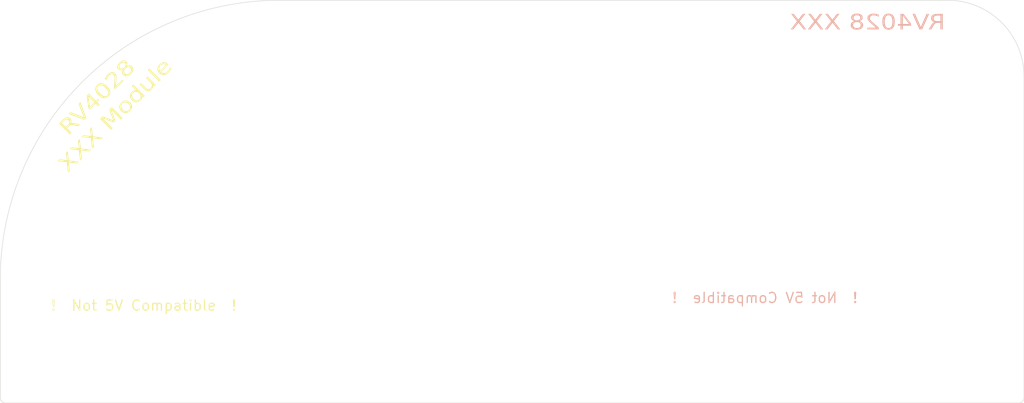
<source format=kicad_pcb>
(kicad_pcb
	(version 20241229)
	(generator "pcbnew")
	(generator_version "9.0")
	(general
		(thickness 1.6)
		(legacy_teardrops no)
	)
	(paper "A4")
	(layers
		(0 "F.Cu" signal)
		(4 "In1.Cu" signal)
		(6 "In2.Cu" signal)
		(2 "B.Cu" signal)
		(9 "F.Adhes" user "F.Adhesive")
		(11 "B.Adhes" user "B.Adhesive")
		(13 "F.Paste" user)
		(15 "B.Paste" user)
		(5 "F.SilkS" user "F.Silkscreen")
		(7 "B.SilkS" user "B.Silkscreen")
		(1 "F.Mask" user)
		(3 "B.Mask" user)
		(17 "Dwgs.User" user "User.Drawings")
		(19 "Cmts.User" user "User.Comments")
		(21 "Eco1.User" user "User.Eco1")
		(23 "Eco2.User" user "User.Eco2")
		(25 "Edge.Cuts" user)
		(27 "Margin" user)
		(31 "F.CrtYd" user "F.Courtyard")
		(29 "B.CrtYd" user "B.Courtyard")
		(35 "F.Fab" user)
		(33 "B.Fab" user)
		(39 "User.1" user)
		(41 "User.2" user)
		(43 "User.3" user)
		(45 "User.4" user)
		(47 "User.5" user)
		(49 "User.6" user)
		(51 "User.7" user)
		(53 "User.8" user)
		(55 "User.9" user)
	)
	(setup
		(stackup
			(layer "F.SilkS"
				(type "Top Silk Screen")
			)
			(layer "F.Paste"
				(type "Top Solder Paste")
			)
			(layer "F.Mask"
				(type "Top Solder Mask")
				(thickness 0.01)
			)
			(layer "F.Cu"
				(type "copper")
				(thickness 0.035)
			)
			(layer "dielectric 1"
				(type "prepreg")
				(thickness 0.1)
				(material "FR4")
				(epsilon_r 4.5)
				(loss_tangent 0.02)
			)
			(layer "In1.Cu"
				(type "copper")
				(thickness 0.035)
			)
			(layer "dielectric 2"
				(type "core")
				(thickness 1.24)
				(material "FR4")
				(epsilon_r 4.5)
				(loss_tangent 0.02)
			)
			(layer "In2.Cu"
				(type "copper")
				(thickness 0.035)
			)
			(layer "dielectric 3"
				(type "prepreg")
				(thickness 0.1)
				(material "FR4")
				(epsilon_r 4.5)
				(loss_tangent 0.02)
			)
			(layer "B.Cu"
				(type "copper")
				(thickness 0.035)
			)
			(layer "B.Mask"
				(type "Bottom Solder Mask")
				(thickness 0.01)
			)
			(layer "B.Paste"
				(type "Bottom Solder Paste")
			)
			(layer "B.SilkS"
				(type "Bottom Silk Screen")
			)
			(copper_finish "None")
			(dielectric_constraints no)
		)
		(pad_to_mask_clearance 0)
		(allow_soldermask_bridges_in_footprints no)
		(tenting front back)
		(pcbplotparams
			(layerselection 0x00000000_00000000_55555555_5755f5ff)
			(plot_on_all_layers_selection 0x00000000_00000000_00000000_00000000)
			(disableapertmacros no)
			(usegerberextensions no)
			(usegerberattributes yes)
			(usegerberadvancedattributes yes)
			(creategerberjobfile yes)
			(dashed_line_dash_ratio 12.000000)
			(dashed_line_gap_ratio 3.000000)
			(svgprecision 4)
			(plotframeref no)
			(mode 1)
			(useauxorigin no)
			(hpglpennumber 1)
			(hpglpenspeed 20)
			(hpglpendiameter 15.000000)
			(pdf_front_fp_property_popups yes)
			(pdf_back_fp_property_popups yes)
			(pdf_metadata yes)
			(pdf_single_document no)
			(dxfpolygonmode yes)
			(dxfimperialunits yes)
			(dxfusepcbnewfont yes)
			(psnegative no)
			(psa4output no)
			(plot_black_and_white yes)
			(sketchpadsonfab no)
			(plotpadnumbers no)
			(hidednponfab no)
			(sketchdnponfab yes)
			(crossoutdnponfab yes)
			(subtractmaskfromsilk no)
			(outputformat 1)
			(mirror no)
			(drillshape 1)
			(scaleselection 1)
			(outputdirectory "")
		)
	)
	(net 0 "")
	(gr_arc
		(start 186.944 121.031)
		(mid 186.79521 121.39021)
		(end 186.436 121.539)
		(stroke
			(width 0.05)
			(type default)
		)
		(layer "Edge.Cuts")
		(uuid "25ede3d7-c225-4ef2-8299-ea231c7ac45f")
	)
	(gr_arc
		(start 179.324 81.28)
		(mid 184.712154 83.511846)
		(end 186.944 88.9)
		(stroke
			(width 0.05)
			(type default)
		)
		(layer "Edge.Cuts")
		(uuid "5f356174-a1f0-4047-9db5-6bc7a7066be1")
	)
	(gr_arc
		(start 85.09 121.539)
		(mid 84.73079 121.39021)
		(end 84.582 121.031)
		(stroke
			(width 0.05)
			(type default)
		)
		(layer "Edge.Cuts")
		(uuid "7b4871ca-1bb6-4481-8455-277d6234f443")
	)
	(gr_line
		(start 179.324 81.28)
		(end 112.522 81.28)
		(stroke
			(width 0.05)
			(type default)
		)
		(layer "Edge.Cuts")
		(uuid "8df922c5-de1d-402e-a32c-e97f8be12cc3")
	)
	(gr_line
		(start 84.582 121.031)
		(end 84.582 109.22)
		(stroke
			(width 0.05)
			(type default)
		)
		(layer "Edge.Cuts")
		(uuid "a5e21da9-1259-4656-949e-fc80f671a24e")
	)
	(gr_arc
		(start 84.582 109.22)
		(mid 92.765437 89.463437)
		(end 112.522 81.28)
		(stroke
			(width 0.05)
			(type default)
		)
		(layer "Edge.Cuts")
		(uuid "cff47a39-1dd0-4211-94c7-3cb4151e89e4")
	)
	(gr_line
		(start 85.09 121.539)
		(end 186.436 121.539)
		(stroke
			(width 0.05)
			(type default)
		)
		(layer "Edge.Cuts")
		(uuid "e76f8fad-13dd-4b53-8502-415e5f63799f")
	)
	(gr_line
		(start 186.944 121.031)
		(end 186.944 88.9)
		(stroke
			(width 0.05)
			(type default)
		)
		(layer "Edge.Cuts")
		(uuid "fd2357a6-f435-40df-b9c2-b409e19e20d0")
	)
	(gr_text "!  Not 5V Compatible  !"
		(at 98.933 112.395 0)
		(layer "F.SilkS")
		(uuid "852aaa7d-ff1e-48ab-b139-a8265d2e885e")
		(effects
			(font
				(size 1.016 1.016)
				(thickness 0.127)
			)
			(justify bottom)
		)
	)
	(gr_text "RV4028\nXXX Module"
		(at 96.774 93.472 45)
		(layer "F.SilkS")
		(uuid "896ac6c3-b8e5-433a-a0a1-191210039d5b")
		(effects
			(font
				(face "Impact")
				(size 1.524 1.778)
				(thickness 0.1016)
			)
			(justify bottom)
		)
		(render_cache "RV4028\nXXX Module" 45
			(polygon
				(pts
					(xy 91.835414 92.344241) (xy 91.926931 92.395358) (xy 92.03563 92.488492) (xy 92.123058 92.587911)
					(xy 92.166983 92.661268) (xy 92.18173 92.715352) (xy 92.175515 92.772335) (xy 92.144657 92.842469)
					(xy 92.080144 92.931431) (xy 92.169663 92.880389) (xy 92.236218 92.85513) (xy 92.285651 92.848445)
					(xy 92.355507 92.855984) (xy 92.402031 92.873011) (xy 92.453611 92.912725) (xy 92.587831 93.040693)
					(xy 92.902952 93.355814) (xy 92.56717 93.691596) (xy 92.16993 93.294356) (xy 92.077169 93.21349)
					(xy 92.033371 93.19311) (xy 92.007607 93.196547) (xy 91.971106 93.2165) (xy 91.918197 93.262486)
					(xy 92.457238 93.801527) (xy 92.095662 94.163103) (xy 90.903876 92.971317) (xy 91.063312 92.811882)
					(xy 91.467593 92.811882) (xy 91.732902 93.077191) (xy 91.784466 93.017004) (xy 91.804 92.977404)
					(xy 91.803032 92.953742) (xy 91.784495 92.916944) (xy 91.735249 92.859675) (xy 91.669645 92.794071)
					(xy 91.611798 92.750586) (xy 91.57158 92.743295) (xy 91.529779 92.760284) (xy 91.467593 92.811882)
					(xy 91.063312 92.811882) (xy 91.15982 92.715374) (xy 91.400573 92.485299) (xy 91.52326 92.385755)
					(xy 91.596528 92.346344) (xy 91.673671 92.325859) (xy 91.757226 92.324319)
				)
			)
			(polygon
				(pts
					(xy 92.709683 91.16551) (xy 93.717687 92.541078) (xy 93.168875 93.08989) (xy 91.768434 92.106759)
					(xy 92.14974 91.725454) (xy 92.682287 92.140522) (xy 93.081031 92.467743) (xy 92.773459 92.100319)
					(xy 92.525254 91.793437) (xy 92.328378 91.546815)
				)
			)
			(polygon
				(pts
					(xy 94.248536 91.184823) (xy 94.347336 91.086023) (xy 94.549476 91.288163) (xy 94.450676 91.386963)
					(xy 94.661239 91.597526) (xy 94.314249 91.944516) (xy 94.103686 91.733953) (xy 93.691444 92.146196)
					(xy 93.489303 91.944055) (xy 93.080826 91.024619) (xy 93.394353 91.024619) (xy 93.748701 91.684657)
					(xy 93.901546 91.531813) (xy 93.394353 91.024619) (xy 93.080826 91.024619) (xy 93.009999 90.865195)
					(xy 93.469453 90.40574)
				)
			)
			(polygon
				(pts
					(xy 94.568012 89.604357) (xy 94.649768 89.63984) (xy 94.731727 89.699544) (xy 94.862404 89.820693)
					(xy 95.258788 90.217078) (xy 95.379496 90.348096) (xy 95.438271 90.430953) (xy 95.471242 90.515677)
					(xy 95.482314 90.617476) (xy 95.476054 90.688774) (xy 95.458262 90.757653) (xy 95.428785 90.825111)
					(xy 95.366886 90.921796) (xy 95.281391 91.019487) (xy 95.155835 91.131593) (xy 95.049881 91.201909)
					(xy 94.977673 91.234225) (xy 94.90871 91.252106) (xy 94.841731 91.256612) (xy 94.745258 91.244697)
					(xy 94.662424 91.216407) (xy 94.581877 91.164692) (xy 94.458726 91.053857) (xy 94.043983 90.639114)
					(xy 93.93838 90.524426) (xy 93.870665 90.433112) (xy 93.831819 90.36093) (xy 93.810584 90.282265)
					(xy 93.810403 90.195883) (xy 93.832631 90.098889) (xy 93.863352 90.028401) (xy 94.188574 90.028401)
					(xy 94.188822 90.065253) (xy 94.21378 90.106852) (xy 94.292787 90.194091) (xy 94.869269 90.770573)
					(xy 94.966366 90.859584) (xy 95.004961 90.883082) (xy 95.037384 90.881268) (xy 95.076289 90.853998)
					(xy 95.10248 90.814641) (xy 95.102149 90.778524) (xy 95.077778 90.737972) (xy 95.002538 90.654807)
					(xy 94.417304 90.069574) (xy 94.32812 89.987631) (xy 94.288708 89.962472) (xy 94.254479 89.962062)
					(xy 94.214747 89.988924) (xy 94.188574 90.028401) (xy 93.863352 90.028401) (xy 93.873785 90.004464)
					(xy 93.935801 89.909052) (xy 94.021775 89.811306) (xy 94.101037 89.740031) (xy 94.180337 89.683791)
					(xy 94.260282 89.641101) (xy 94.343912 89.609148) (xy 94.41591 89.592767) (xy 94.47839 89.589601)
				)
			)
			(polygon
				(pts
					(xy 96.321023 89.533461) (xy 96.523164 89.735602) (xy 95.759632 90.499133) (xy 95.591181 90.330683)
					(xy 95.462194 89.594424) (xy 95.40729 89.340424) (xy 95.368809 89.224009) (xy 95.331305 89.147427)
					(xy 95.295494 89.100579) (xy 95.245204 89.06133) (xy 95.203834 89.04761) (xy 95.162446 89.053671)
					(xy 95.121144 89.082528) (xy 95.093089 89.124106) (xy 95.088715 89.167861) (xy 95.108709 89.214265)
					(xy 95.174267 89.29195) (xy 95.287247 89.40493) (xy 94.976338 89.71584) (xy 94.932778 89.672279)
					(xy 94.841144 89.573819) (xy 94.786502 89.502052) (xy 94.750404 89.425449) (xy 94.731734 89.328755)
					(xy 94.732013 89.2598) (xy 94.744552 89.190911) (xy 94.769679 89.121043) (xy 94.805661 89.054068)
					(xy 94.855755 88.984296) (xy 94.922107 88.910974) (xy 95.032581 88.81323) (xy 95.134839 88.746221)
					(xy 95.230912 88.704862) (xy 95.323076 88.685825) (xy 95.416195 88.686265) (xy 95.500905 88.705377)
					(xy 95.579023 88.743443) (xy 95.651707 88.802271) (xy 95.712659 88.875655) (xy 95.765006 88.966787)
					(xy 95.808204 89.078218) (xy 95.838804 89.205164) (xy 95.881852 89.461718) (xy 95.940562 89.913922)
				)
			)
			(polygon
				(pts
					(xy 96.326459 87.75264) (xy 96.40493 87.776591) (xy 96.484427 87.821204) (xy 96.565912 87.890172)
					(xy 96.625747 87.95805) (xy 96.659668 88.012566) (xy 96.674714 88.056549) (xy 96.677237 88.104534)
					(xy 96.667214 88.170013) (xy 96.640278 88.258251) (xy 96.70938 88.231423) (xy 96.774618 88.218993)
					(xy 96.837385 88.219988) (xy 96.895455 88.23972) (xy 96.987936 88.301282) (xy 97.130166 88.43032)
					(xy 97.223065 88.532293) (xy 97.28039 88.613004) (xy 97.311129 88.676536) (xy 97.325385 88.745738)
					(xy 97.321311 88.824647) (xy 97.296653 88.916315) (xy 97.254666 89.004532) (xy 97.186854 89.102827)
					(xy 97.087275 89.213603) (xy 96.979415 89.310665) (xy 96.884607 89.376204) (xy 96.80035 89.416303)
					(xy 96.712641 89.440021) (xy 96.633064 89.445507) (xy 96.55954 89.434047) (xy 96.491963 89.405285)
					(xy 96.40372 89.345246) (xy 96.289176 89.241832) (xy 96.189391 89.131622) (xy 96.120133 89.034098)
					(xy 96.092989 88.964528) (xy 96.090013 88.882989) (xy 96.113805 88.784724) (xy 96.053673 88.803169)
					(xy 95.994191 88.807668) (xy 95.933851 88.798071) (xy 95.877669 88.776046) (xy 95.818763 88.739303)
					(xy 95.789322 88.713648) (xy 96.485065 88.713648) (xy 96.502581 88.751603) (xy 96.561153 88.819829)
					(xy 96.714929 88.973605) (xy 96.790227 89.038021) (xy 96.830563 89.055769) (xy 96.867783 89.051019)
					(xy 96.905357 89.02493) (xy 96.93115 88.987217) (xy 96.932873 88.952801) (xy 96.912196 88.91479)
					(xy 96.845029 88.839163) (xy 96.693423 88.687558) (xy 96.626117 88.630601) (xy 96.586661 88.613499)
					(xy 96.549553 88.617468) (xy 96.512778 88.642638) (xy 96.488402 88.678303) (xy 96.485065 88.713648)
					(xy 95.789322 88.713648) (xy 95.756462 88.685014) (xy 95.687782 88.60214) (xy 95.645916 88.520841)
					(xy 95.626686 88.439851) (xy 95.627898 88.357314) (xy 95.64833 88.274338) (xy 95.667644 88.232753)
					(xy 96.011847 88.232753) (xy 96.028609 88.266) (xy 96.076332 88.32119) (xy 96.164702 88.40956)
					(xy 96.217088 88.453519) (xy 96.251022 88.468397) (xy 96.283695 88.465313) (xy 96.317459 88.442099)
					(xy 96.341821 88.407072) (xy 96.344086 88.375991) (xy 96.327219 88.342738) (xy 96.274612 88.282411)
					(xy 96.194861 88.20266) (xy 96.137097 88.152829) (xy 96.104516 88.137188) (xy 96.073631 88.140433)
					(xy 96.037827 88.165845) (xy 96.01369 88.200949) (xy 96.011847 88.232753) (xy 95.667644 88.232753)
					(xy 95.689482 88.185732) (xy 95.754977 88.089339) (xy 95.849922 87.983159) (xy 95.974405 87.871528)
					(xy 96.079509 87.800563) (xy 96.169253 87.761232) (xy 96.247622 87.747066)
				)
			)
			(polygon
				(pts
					(xy 92.089023 95.40701) (xy 92.489806 96.060358) (xy 93.345217 96.534387) (xy 93.01028 96.869325)
					(xy 92.765673 96.734995) (xy 92.462575 96.541483) (xy 92.667863 96.822464) (xy 92.828187 97.051418)
					(xy 92.476053 97.403551) (xy 91.941914 96.608249) (xy 91.284267 96.211765) (xy 91.633791 95.862242)
					(xy 91.83581 95.988569) (xy 92.037435 96.116343) (xy 91.785868 95.710165)
				)
			)
			(polygon
				(pts
					(xy 92.937767 94.558266) (xy 93.338549 95.211614) (xy 94.193961 95.685643) (xy 93.859024 96.020581)
					(xy 93.614417 95.886251) (xy 93.311319 95.692739) (xy 93.516607 95.97372) (xy 93.676931 96.202674)
					(xy 93.324797 96.554808) (xy 92.790658 95.759505) (xy 92.133011 95.363022) (xy 92.482535 95.013498)
					(xy 92.684554 95.139825) (xy 92.886179 95.267599) (xy 92.634611 94.861421)
				)
			)
			(polygon
				(pts
					(xy 93.786511 93.709522) (xy 94.187293 94.36287) (xy 95.042705 94.8369) (xy 94.707767 95.171837)
					(xy 94.463161 95.037507) (xy 94.160063 94.843995) (xy 94.365351 95.124976) (xy 94.525674 95.35393)
					(xy 94.173541 95.706064) (xy 93.639402 94.910761) (xy 92.981755 94.514278) (xy 93.331278 94.164754)
					(xy 93.533298 94.291081) (xy 93.734923 94.418855) (xy 93.483355 94.012677)
				)
			)
			(polygon
				(pts
					(xy 95.327776 92.168256) (xy 96.519562 93.360042) (xy 96.20351 93.676095) (xy 95.398896 92.871482)
					(xy 96.077304 93.802301) (xy 95.853142 94.026463) (xy 94.932258 93.37181) (xy 95.720027 94.159578)
					(xy 95.403974 94.475631) (xy 94.212188 93.283845) (xy 94.680241 92.815792) (xy 94.977409 93.025291)
					(xy 95.330299 93.27869) (xy 94.856269 92.639764)
				)
			)
			(polygon
				(pts
					(xy 96.562962 91.642522) (xy 96.635317 91.668224) (xy 96.704458 91.71378) (xy 96.806421 91.805858)
					(xy 97.045279 92.044715) (xy 97.163477 92.172168) (xy 97.222766 92.253216) (xy 97.257571 92.335757)
					(xy 97.271294 92.433938) (xy 97.266821 92.502888) (xy 97.249882 92.572139) (xy 97.21987 92.642758)
					(xy 97.155454 92.744541) (xy 97.062727 92.850568) (xy 96.946514 92.955034) (xy 96.846088 93.023909)
					(xy 96.777359 93.057276) (xy 96.714648 93.076278) (xy 96.656549 93.082637) (xy 96.571393 93.072445)
					(xy 96.487572 93.039866) (xy 96.404366 92.983323) (xy 96.282339 92.872403) (xy 96.032427 92.622491)
					(xy 95.945915 92.5269) (xy 95.888582 92.445387) (xy 95.854337 92.37577) (xy 95.835838 92.29997)
					(xy 95.835856 92.218554) (xy 95.855225 92.129313) (xy 95.878114 92.075839) (xy 96.200329 92.075839)
					(xy 96.219785 92.108988) (xy 96.284532 92.180616) (xy 96.724938 92.621021) (xy 96.791408 92.680809)
					(xy 96.825306 92.700816) (xy 96.85568 92.701445) (xy 96.886611 92.681361) (xy 96.907859 92.649907)
					(xy 96.908292 92.621515) (xy 96.890353 92.590203) (xy 96.835812 92.529229) (xy 96.385866 92.079283)
					(xy 96.314495 92.014233) (xy 96.281933 91.994235) (xy 96.253491 91.994111) (xy 96.222076 92.015138)
					(xy 96.200848 92.04671) (xy 96.200329 92.075839) (xy 95.878114 92.075839) (xy 95.892301 92.042696)
					(xy 95.951644 91.951641) (xy 96.037439 91.854452) (xy 96.118375 91.780745) (xy 96.194884 91.724618)
					(xy 96.267764 91.683742) (xy 96.344126 91.653023) (xy 96.41256 91.636336) (xy 96.474555 91.631979)
				)
			)
			(polygon
				(pts
					(xy 98.343486 91.536118) (xy 97.996496 91.883108) (xy 97.924576 91.811188) (xy 97.911888 91.902908)
					(xy 97.886379 91.982566) (xy 97.846698 92.055537) (xy 97.793479 92.119816) (xy 97.736802 92.168069)
					(xy 97.67836 92.20215) (xy 97.617066 92.223452) (xy 97.554346 92.232842) (xy 97.501661 92.229687)
					(xy 97.456907 92.215293) (xy 97.389919 92.171676) (xy 97.284355 92.076212) (xy 96.827894 91.619751)
					(xy 96.728663 91.5103) (xy 96.685128 91.443514) (xy 96.671312 91.39928) (xy 96.668872 91.34684)
					(xy 96.679261 91.283958) (xy 96.701603 91.222573) (xy 96.730946 91.17338) (xy 97.096998 91.17338)
					(xy 97.111415 91.202275) (xy 97.160079 91.257956) (xy 97.637991 91.735868) (xy 97.695749 91.787001)
					(xy 97.726581 91.803884) (xy 97.754889 91.803194) (xy 97.78487 91.783102) (xy 97.807885 91.748957)
					(xy 97.808547 91.717575) (xy 97.787565 91.681685) (xy 97.717172 91.603783) (xy 97.265712 91.152323)
					(xy 97.213161 91.106567) (xy 97.182978 91.091085) (xy 97.154352 91.092813) (xy 97.122024 91.11519)
					(xy 97.099776 91.146516) (xy 97.096998 91.17338) (xy 96.730946 91.17338) (xy 96.737017 91.163202)
					(xy 96.787076 91.104815) (xy 96.854636 91.047559) (xy 96.92528 91.006881) (xy 97.000696 90.980992)
					(xy 97.083048 90.96966) (xy 96.804711 90.691322) (xy 97.151701 90.344332)
				)
			)
			(polygon
				(pts
					(xy 98.285461 89.64012) (xy 99.262473 90.617132) (xy 98.909495 90.97011) (xy 98.833166 90.881805)
					(xy 98.836199 90.966745) (xy 98.81869 91.045123) (xy 98.78125 91.119263) (xy 98.721907 91.191387)
					(xy 98.641643 91.258975) (xy 98.568613 91.297568) (xy 98.495384 91.315019) (xy 98.430102 91.311057)
					(xy 98.370184 91.290935) (xy 98.318362 91.26027) (xy 98.144252 91.098136) (xy 97.485849 90.439733)
					(xy 97.832839 90.092742) (xy 98.497296 90.7572) (xy 98.603218 90.857339) (xy 98.640852 90.884481)
					(xy 98.670475 90.885817) (xy 98.706389 90.861582) (xy 98.732339 90.823363) (xy 98.73033 90.793555)
					(xy 98.701327 90.755166) (xy 98.595559 90.644198) (xy 97.938471 89.98711)
				)
			)
			(polygon
				(pts
					(xy 98.552328 88.943705) (xy 99.744113 90.135491) (xy 99.386837 90.492768) (xy 98.195051 89.300982)
				)
			)
			(polygon
				(pts
					(xy 99.795021 88.442851) (xy 99.868018 88.476478) (xy 99.953299 88.534811) (xy 100.053224 88.624593)
					(xy 100.182457 88.753826) (xy 99.733289 89.202994) (xy 99.944576 89.41428) (xy 100.008603 89.471024)
					(xy 100.041117 89.488559) (xy 100.07078 89.486959) (xy 100.103255 89.464717) (xy 100.130188 89.424371)
					(xy 100.130595 89.386578) (xy 100.108353 89.346057) (xy 100.04558 89.274848) (xy 99.916676 89.145944)
					(xy 100.245626 88.816995) (xy 100.317744 88.889112) (xy 100.399178 88.978286) (xy 100.443489 89.041573)
					(xy 100.470601 89.110452) (xy 100.484999 89.2076) (xy 100.483182 89.276852) (xy 100.469512 89.345467)
					(xy 100.44372 89.414434) (xy 100.407221 89.480194) (xy 100.354571 89.551858) (xy 100.282749 89.630546)
					(xy 100.169646 89.729363) (xy 100.061427 89.797516) (xy 99.986344 89.830033) (xy 99.91829 89.848261)
					(xy 99.855843 89.853863) (xy 99.765926 89.843501) (xy 99.686691 89.814295) (xy 99.610441 89.763624)
					(xy 99.502898 89.666583) (xy 99.218375 89.38206) (xy 99.138474 89.291669) (xy 99.086551 89.211515)
					(xy 99.05701 89.139934) (xy 99.044264 89.062561) (xy 99.050334 88.981468) (xy 99.076103 88.894486)
					(xy 99.09131 88.863483) (xy 99.410974 88.863483) (xy 99.431524 88.895327) (xy 99.502591 88.972296)
					(xy 99.573261 89.042966) (xy 99.674595 88.941632) (xy 99.603925 88.870962) (xy 99.532304 88.805533)
					(xy 99.497558 88.78348) (xy 99.467047 88.78134) (xy 99.437032 88.800182) (xy 99.411702 88.836032)
					(xy 99.410974 88.863483) (xy 99.09131 88.863483) (xy 99.117417 88.810257) (xy 99.174125 88.726987)
					(xy 99.248019 88.643872) (xy 99.349912 88.553619) (xy 99.445442 88.490524) (xy 99.536292 88.450352)
					(xy 99.630166 88.428148) (xy 99.715645 88.426003)
				)
			)
		)
	)
	(gr_text "RV4028 XXX\n"
		(at 179.07 84.455 0)
		(layer "B.SilkS")
		(uuid "24fa4aea-01c9-4ff8-be77-bce9e13f0e83")
		(effects
			(font
				(face "Impact")
				(size 1.524 1.778)
				(thickness 0.1016)
			)
			(justify left bottom mirror)
		)
		(render_cache "RV4028 XXX\n" 0
			(polygon
				(pts
					(xy 178.967948 84.19592) (xy 178.456602 84.19592) (xy 178.456602 83.4336) (xy 178.386672 83.438495)
					(xy 178.346753 83.450197) (xy 178.326106 83.465984) (xy 178.309547 83.511365) (xy 178.301135 83.634137)
					(xy 178.301135 84.19592) (xy 177.826268 84.19592) (xy 177.826268 83.750272) (xy 177.830689 83.564877)
					(xy 177.839079 83.500322) (xy 177.859937 83.455384) (xy 177.904001 83.400658) (xy 177.943683 83.370431)
					(xy 178.008605 83.34123) (xy 178.107997 83.314023) (xy 177.999473 83.296735) (xy 177.928062 83.268962)
					(xy 177.883374 83.233064) (xy 177.855559 83.184393) (xy 177.834747 83.101462) (xy 177.826268 82.969341)
					(xy 177.829562 82.926629) (xy 178.301135 82.926629) (xy 178.301135 83.019406) (xy 178.306809 83.094724)
					(xy 178.319721 83.133851) (xy 178.335768 83.151267) (xy 178.377582 83.165456) (xy 178.456602 83.171553)
					(xy 178.456602 82.796349) (xy 178.376145 82.803836) (xy 178.334574 82.821382) (xy 178.311291 82.854975)
					(xy 178.301135 82.926629) (xy 177.829562 82.926629) (xy 177.837274 82.826624) (xy 177.865841 82.725766)
					(xy 177.907041 82.656392) (xy 177.967213 82.598399) (xy 178.036246 82.558336) (xy 178.115922 82.534395)
					(xy 178.273063 82.51803) (xy 178.605989 82.51048) (xy 178.967948 82.51048)
				)
			)
			(polygon
				(pts
					(xy 176.414151 82.51048) (xy 176.674058 84.19592) (xy 177.450196 84.19592) (xy 177.745278 82.51048)
					(xy 177.206031 82.51048) (xy 177.12296 83.180545) (xy 177.072386 83.69388) (xy 177.030064 83.216586)
					(xy 176.988573 82.82408) (xy 176.953398 82.51048)
				)
			)
			(polygon
				(pts
					(xy 176.413391 83.612269) (xy 176.413391 83.898139) (xy 175.830392 83.898139) (xy 175.830392 84.19592)
					(xy 175.339674 84.19592) (xy 175.339674 83.898139) (xy 175.199949 83.898139) (xy 175.199949 83.612269)
					(xy 175.339674 83.612269) (xy 175.830392 83.612269) (xy 176.046546 83.612269) (xy 175.830392 82.894989)
					(xy 175.830392 83.612269) (xy 175.339674 83.612269) (xy 175.339674 82.51048) (xy 175.989441 82.51048)
				)
			)
			(polygon
				(pts
					(xy 174.658705 82.489026) (xy 174.770023 82.512641) (xy 174.865892 82.550308) (xy 174.950195 82.603176)
					(xy 175.011147 82.664385) (xy 175.051757 82.735025) (xy 175.075329 82.813534) (xy 175.092016 82.925984)
					(xy 175.09844 83.081754) (xy 175.09844 83.668289) (xy 175.089732 83.833742) (xy 175.069344 83.927265)
					(xy 175.030776 84.005842) (xy 174.970984 84.082484) (xy 174.920436 84.126659) (xy 174.859029 84.16278)
					(xy 174.785119 84.190988) (xy 174.660477 84.216187) (xy 174.492425 84.225698) (xy 174.362893 84.217074)
					(xy 174.250757 84.192476) (xy 174.182213 84.16562) (xy 174.120928 84.129496) (xy 174.066087 84.083507)
					(xy 174.001933 84.003695) (xy 173.965337 83.920472) (xy 173.948309 83.820323) (xy 173.941019 83.642326)
					(xy 173.941019 83.081754) (xy 173.946268 82.943006) (xy 174.431737 82.943006) (xy 174.431737 83.770651)
					(xy 174.43734 83.88266) (xy 174.448781 83.928568) (xy 174.474086 83.95434) (xy 174.520435 83.96365)
					(xy 174.567228 83.955423) (xy 174.591437 83.933779) (xy 174.602112 83.889873) (xy 174.607831 83.758275)
					(xy 174.607831 82.943006) (xy 174.60201 82.825452) (xy 174.590243 82.778389) (xy 174.56436 82.752156)
					(xy 174.517938 82.742749) (xy 174.470849 82.751849) (xy 174.446936 82.776342) (xy 174.436857 82.822001)
					(xy 174.431737 82.943006) (xy 173.946268 82.943006) (xy 173.947755 82.903686) (xy 173.963492 82.803515)
					(xy 173.996212 82.720614) (xy 174.04915 82.646808) (xy 174.095569 82.604867) (xy 174.158063 82.565539)
					(xy 174.239792 82.528998) (xy 174.326508 82.502655) (xy 174.422349 82.486349) (xy 174.528795 82.480702)
				)
			)
			(polygon
				(pts
					(xy 172.706515 83.91005) (xy 172.706515 84.19592) (xy 173.786312 84.19592) (xy 173.786312 83.957695)
					(xy 173.356906 83.345873) (xy 173.216124 83.127444) (xy 173.161016 83.017916) (xy 173.133384 82.937245)
					(xy 173.12558 82.878797) (xy 173.133387 82.815484) (xy 173.152938 82.776528) (xy 173.18649 82.75155)
					(xy 173.2361 82.742749) (xy 173.285338 82.752311) (xy 173.31937 82.780158) (xy 173.338044 82.827108)
					(xy 173.34662 82.928397) (xy 173.34662 83.088175) (xy 173.786312 83.088175) (xy 173.786312 83.026571)
					(xy 173.781485 82.892154) (xy 173.769376 82.80277) (xy 173.740735 82.723078) (xy 173.685563 82.641503)
					(xy 173.636607 82.592943) (xy 173.579029 82.553097) (xy 173.511857 82.52146) (xy 173.439056 82.499545)
					(xy 173.354298 82.485631) (xy 173.255533 82.480702) (xy 173.108301 82.489703) (xy 172.988611 82.514628)
					(xy 172.891432 82.553317) (xy 172.812801 82.605025) (xy 172.747267 82.671182) (xy 172.700882 82.744595)
					(xy 172.672561 82.826749) (xy 172.662763 82.919742) (xy 172.671554 83.014732) (xy 172.698979 83.116187)
					(xy 172.747227 83.225526) (xy 172.815354 83.336929) (xy 172.966326 83.548778) (xy 173.244568 83.91005)
				)
			)
			(polygon
				(pts
					(xy 172.085621 82.488646) (xy 172.200094 82.510495) (xy 172.291847 82.544049) (xy 172.364967 82.588275)
					(xy 172.424187 82.64578) (xy 172.467857 82.716646) (xy 172.495741 82.803737) (xy 172.505777 82.910902)
					(xy 172.500112 82.993344) (xy 172.48444 83.060978) (xy 172.460288 83.116278) (xy 172.424407 83.165731)
					(xy 172.379166 83.20461) (xy 172.323603 83.234087) (xy 172.409911 83.286747) (xy 172.465463 83.346508)
					(xy 172.495463 83.414896) (xy 172.51545 83.532829) (xy 172.522822 83.681317) (xy 172.514951 83.835436)
					(xy 172.495007 83.940288) (xy 172.467562 84.008411) (xy 172.423676 84.068503) (xy 172.363527 84.120893)
					(xy 172.284736 84.166141) (xy 172.196804 84.197366) (xy 172.083421 84.218062) (xy 171.93852 84.225698)
					(xy 171.789776 84.21778) (xy 171.67232 84.196225) (xy 171.580252 84.163536) (xy 171.497997 84.116153)
					(xy 171.439319 84.063236) (xy 171.400467 84.004223) (xy 171.377278 83.937563) (xy 171.360742 83.839956)
					(xy 171.354326 83.702162) (xy 171.360499 83.575232) (xy 171.845044 83.575232) (xy 171.845044 83.789635)
					(xy 171.851026 83.890606) (xy 171.863283 83.932104) (xy 171.888837 83.955222) (xy 171.933743 83.96365)
					(xy 171.97876 83.955529) (xy 172.008436 83.93257) (xy 172.024409 83.891498) (xy 172.032104 83.792706)
					(xy 172.032104 83.575232) (xy 172.025277 83.485574) (xy 172.010825 83.446349) (xy 171.983472 83.423716)
					(xy 171.941017 83.415734) (xy 171.897215 83.42394) (xy 171.868169 83.447373) (xy 171.852363 83.487366)
					(xy 171.845044 83.575232) (xy 171.360499 83.575232) (xy 171.363654 83.510346) (xy 171.385517 83.401421)
					(xy 171.412626 83.346406) (xy 171.456305 83.301321) (xy 171.511225 83.263979) (xy 171.579058 83.234087)
					(xy 171.497617 83.19074) (xy 171.44423 83.151527) (xy 171.412083 83.115812) (xy 171.391621 83.074073)
					(xy 171.377059 83.011538) (xy 171.371371 82.921231) (xy 171.374817 82.879821) (xy 171.854707 82.879821)
					(xy 171.854707 82.992606) (xy 171.860166 83.072463) (xy 171.871752 83.107903) (xy 171.895332 83.128279)
					(xy 171.937325 83.13582) (xy 171.977615 83.12836) (xy 172.002899 83.107437) (xy 172.016374 83.072922)
					(xy 172.022333 83.004796) (xy 172.022333 82.879821) (xy 172.017052 82.807051) (xy 172.005396 82.771689)
					(xy 171.981604 82.750504) (xy 171.939714 82.742749) (xy 171.896427 82.750097) (xy 171.872294 82.769642)
					(xy 171.860315 82.80374) (xy 171.854707 82.879821) (xy 171.374817 82.879821) (xy 171.380223 82.814845)
					(xy 171.40489 82.727086) (xy 171.44344 82.654663) (xy 171.495245 82.594975) (xy 171.560677 82.549577)
					(xy 171.651947 82.513929) (xy 171.776447 82.489789) (xy 171.943405 82.480702)
				)
			)
			(polygon
				(pts
					(xy 169.696524 82.51048) (xy 169.875115 83.255862) (xy 169.605437 84.19592) (xy 170.079111 84.19592)
					(xy 170.157088 83.927971) (xy 170.234577 83.576814) (xy 170.2881 83.920658) (xy 170.336629 84.19592)
					(xy 170.834621 84.19592) (xy 170.64995 83.255862) (xy 170.834621 82.51048) (xy 170.34032 82.51048)
					(xy 170.286797 82.742656) (xy 170.234577 82.975576) (xy 170.125251 82.51048)
				)
			)
			(polygon
				(pts
					(xy 168.496219 82.51048) (xy 168.67481 83.255862) (xy 168.405132 84.19592) (xy 168.878806 84.19592)
					(xy 168.956783 83.927971) (xy 169.034272 83.576814) (xy 169.087795 83.920658) (xy 169.136324 84.19592)
					(xy 169.634316 84.19592) (xy 169.449645 83.255862) (xy 169.634316 82.51048) (xy 169.140015 82.51048)
					(xy 169.086492 82.742656) (xy 169.034272 82.975576) (xy 168.924946 82.51048)
				)
			)
			(polygon
				(pts
					(xy 167.295914 82.51048) (xy 167.474505 83.255862) (xy 167.204827 84.19592) (xy 167.678501 84.19592)
					(xy 167.756478 83.927971) (xy 167.833967 83.576814) (xy 167.88749 83.920658) (xy 167.936019 84.19592)
					(xy 168.434011 84.19592) (xy 168.24934 83.255862) (xy 168.434011 82.51048) (xy 167.93971 82.51048)
					(xy 167.886187 82.742656) (xy 167.833967 82.975576) (xy 167.724641 82.51048)
				)
			)
		)
	)
	(gr_text "!  Not 5V Compatible  !"
		(at 161.036 111.633 0)
		(layer "B.SilkS")
		(uuid "f8689ad4-b11b-4a43-aba8-e4d465d830d3")
		(effects
			(font
				(size 1.016 1.016)
				(thickness 0.127)
			)
			(justify bottom mirror)
		)
	)
	(embedded_fonts no)
)

</source>
